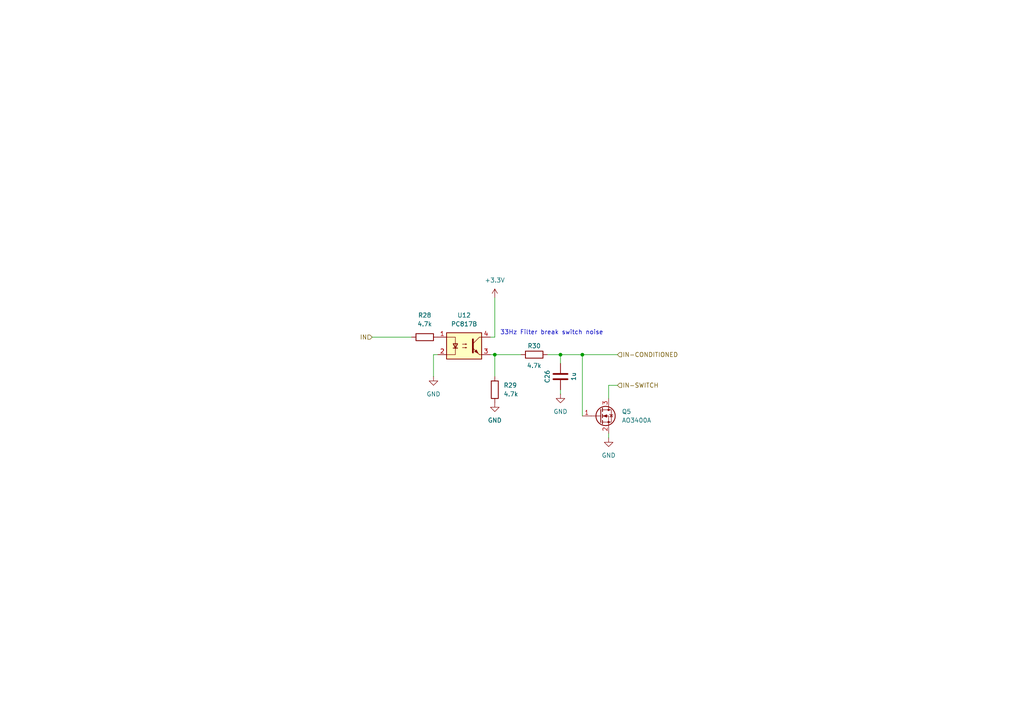
<source format=kicad_sch>
(kicad_sch (version 20231120) (generator "eeschema") (generator_version "8.0")
  (paper "A4")
  (lib_symbols
    (symbol "Device:C" (pin_numbers hide) (pin_names (offset 0.254))
      (property "Reference" "C" (at 0.635 2.54 0))
      (property "Value" "C" (at 0.635 -2.54 0))
      (symbol "C_0_1"
        (polyline (pts (xy -2.032 -0.762) (xy 2.032 -0.762)) (stroke (width 0.508)))
        (polyline (pts (xy -2.032 0.762) (xy 2.032 0.762)) (stroke (width 0.508)))
      )
      (symbol "C_1_1"
        (pin passive line (at 0 3.81 270) (length 2.794) (name "~") (number "1"))
        (pin passive line (at 0 -3.81 90) (length 2.794) (name "~") (number "2"))
      )
    )
    (symbol "Device:R" (pin_numbers hide) (pin_names (offset 0))
      (property "Reference" "R" (at 2.032 0 90))
      (property "Value" "R" (at 0 0 90))
      (symbol "R_0_1"
        (rectangle (start -1.016 -2.54) (end 1.016 2.54) (stroke (width 0.254)))
      )
      (symbol "R_1_1"
        (pin passive line (at 0 3.81 270) (length 1.27) (name "~") (number "1"))
        (pin passive line (at 0 -3.81 90) (length 1.27) (name "~") (number "2"))
      )
    )
    (symbol "Isolator:SFH617A-2X009T"
      (property "Reference" "U" (at -3.81 5.08 0))
      (property "Value" "SFH617A-2X009T" (at 0 -5.08 0))
      (symbol "SFH617A-2X009T_1_1"
        (rectangle (start -5.08 3.81) (end 5.08 -3.81) (stroke (width 0.254)) (fill (type background)))
        (polyline (pts (xy -3.175 -0.635) (xy -1.905 -0.635)) (stroke (width 0.254)))
        (polyline (pts (xy 2.54 0.635) (xy 4.445 2.54)))
        (polyline (pts (xy 4.445 -2.54) (xy 2.54 -0.635)) (fill (type outline)))
        (polyline (pts (xy 4.445 -2.54) (xy 5.08 -2.54)))
        (polyline (pts (xy 4.445 2.54) (xy 5.08 2.54)))
        (polyline (pts (xy -5.08 2.54) (xy -2.54 2.54) (xy -2.54 -0.762)))
        (polyline (pts (xy -2.54 -0.635) (xy -2.54 -2.54) (xy -5.08 -2.54)))
        (polyline (pts (xy 2.54 1.905) (xy 2.54 -1.905) (xy 2.54 -1.905)) (stroke (width 0.508)))
        (polyline (pts (xy -2.54 -0.635) (xy -3.175 0.635) (xy -1.905 0.635) (xy -2.54 -0.635)) (stroke (width 0.254)))
        (polyline (pts (xy -0.508 -0.508) (xy 0.762 -0.508) (xy 0.381 -0.635) (xy 0.381 -0.381) (xy 0.762 -0.508)))
        (polyline (pts (xy -0.508 0.508) (xy 0.762 0.508) (xy 0.381 0.381) (xy 0.381 0.635) (xy 0.762 0.508)))
        (polyline (pts (xy 3.048 -1.651) (xy 3.556 -1.143) (xy 4.064 -2.159) (xy 3.048 -1.651) (xy 3.048 -1.651)) (fill (type outline)))
        (pin passive line (at -7.62 2.54 0) (length 2.54) (name "~") (number "1"))
        (pin passive line (at -7.62 -2.54 0) (length 2.54) (name "~") (number "2"))
        (pin passive line (at 7.62 -2.54 180) (length 2.54) (name "~") (number "3"))
        (pin passive line (at 7.62 2.54 180) (length 2.54) (name "~") (number "4"))
      )
    )
    (symbol "Transistor_FET:AO3400A" (pin_names hide)
      (property "Reference" "Q" (at 5.08 1.905 0))
      (property "Value" "AO3400A" (at 5.08 0 0))
      (symbol "AO3400A_0_1"
        (polyline (pts (xy 0.254 0) (xy -2.54 0)))
        (polyline (pts (xy 0.254 1.905) (xy 0.254 -1.905)) (stroke (width 0.254)))
        (polyline (pts (xy 0.762 -1.27) (xy 0.762 -2.286)) (stroke (width 0.254)))
        (polyline (pts (xy 0.762 0.508) (xy 0.762 -0.508)) (stroke (width 0.254)))
        (polyline (pts (xy 0.762 2.286) (xy 0.762 1.27)) (stroke (width 0.254)))
        (polyline (pts (xy 2.54 2.54) (xy 2.54 1.778)))
        (polyline (pts (xy 2.54 -2.54) (xy 2.54 0) (xy 0.762 0)))
        (polyline (pts (xy 0.762 -1.778) (xy 3.302 -1.778) (xy 3.302 1.778) (xy 0.762 1.778)))
        (polyline (pts (xy 1.016 0) (xy 2.032 0.381) (xy 2.032 -0.381) (xy 1.016 0)) (fill (type outline)))
        (polyline (pts (xy 2.794 0.508) (xy 2.921 0.381) (xy 3.683 0.381) (xy 3.81 0.254)))
        (polyline (pts (xy 3.302 0.381) (xy 2.921 -0.254) (xy 3.683 -0.254) (xy 3.302 0.381)))
        (circle (center 1.651 0) (radius 2.794) (stroke (width 0.254)))
        (circle (center 2.54 -1.778) (radius 0.254) (fill (type outline)))
        (circle (center 2.54 1.778) (radius 0.254) (fill (type outline)))
      )
      (symbol "AO3400A_1_1"
        (pin input line (at -5.08 0 0) (length 2.54) (name "G") (number "1"))
        (pin passive line (at 2.54 -5.08 90) (length 2.54) (name "S") (number "2"))
        (pin passive line (at 2.54 5.08 270) (length 2.54) (name "D") (number "3"))
      )
    )
    (symbol "power:+3.3V" (power) (pin_numbers hide) (pin_names (offset 0) hide)
      (property "Value" "+3.3V" (at 0 3.556 0))
      (symbol "+3.3V_0_1"
        (polyline (pts (xy -0.762 1.27) (xy 0 2.54)))
        (polyline (pts (xy 0 0) (xy 0 2.54)))
        (polyline (pts (xy 0 2.54) (xy 0.762 1.27)))
      )
      (symbol "+3.3V_1_1"
        (pin power_in line (at 0 0 90) (length 0) (name "~") (number "1"))
      )
    )
    (symbol "power:GND" (power) (pin_numbers hide) (pin_names (offset 0) hide)
      (property "Value" "GND" (at 0 -3.81 0))
      (symbol "GND_0_1"
        (polyline (pts (xy 0 0) (xy 0 -1.27) (xy 1.27 -1.27) (xy 0 -2.54) (xy -1.27 -1.27) (xy 0 -1.27)))
      )
      (symbol "GND_1_1"
        (pin power_in line (at 0 0 270) (length 0) (name "~") (number "1"))
      )
    )
  )
  (junction (at 168.91 102.87))
  (junction (at 143.51 102.87))
  (junction (at 162.56 102.87))
  (wire (pts (xy 143.51 102.87) (xy 142.24 102.87)))
  (wire (pts (xy 162.56 105.41) (xy 162.56 102.87)))
  (wire (pts (xy 168.91 120.65) (xy 168.91 102.87)))
  (wire (pts (xy 158.75 102.87) (xy 162.56 102.87)))
  (wire (pts (xy 162.56 102.87) (xy 168.91 102.87)))
  (wire (pts (xy 143.51 97.79) (xy 142.24 97.79)))
  (wire (pts (xy 176.53 125.73) (xy 176.53 127)))
  (wire (pts (xy 143.51 109.22) (xy 143.51 102.87)))
  (wire (pts (xy 125.73 109.22) (xy 125.73 102.87)))
  (wire (pts (xy 143.51 102.87) (xy 151.13 102.87)))
  (wire (pts (xy 168.91 102.87) (xy 179.07 102.87)))
  (wire (pts (xy 107.95 97.79) (xy 119.38 97.79)))
  (wire (pts (xy 176.53 115.57) (xy 176.53 111.76)))
  (wire (pts (xy 143.51 86.36) (xy 143.51 97.79)))
  (wire (pts (xy 176.53 111.76) (xy 179.07 111.76)))
  (wire (pts (xy 162.56 113.03) (xy 162.56 114.3)))
  (wire (pts (xy 125.73 102.87) (xy 127 102.87)))
  (text "33Hz Filter break switch noise" (at 160.02 96.52 0) (effects (font (size 1.27 1.27))))
  (hierarchical_label "IN-SWITCH" (shape input) (at 179.07 111.76 0))
  (hierarchical_label "IN" (shape input) (at 107.95 97.79 180))
  (hierarchical_label "IN-CONDITIONED" (shape input) (at 179.07 102.87 0))
  (symbol (lib_id "Device:C") (at 162.56 109.22 0) (unit 1)
    (property "Reference" "C26" (at 158.75 109.22 90))
    (property "Value" "1u" (at 166.37 109.22 90))
    (property "Footprint" "Capacitor_SMD:C_0603_1608Metric" (effects (hide yes)))
    (property "MPN" "C15849" (effects (hide yes)))
    (instances (project "Supervisor" (path "" (reference "C26") (unit 1)) (path "" (reference "C24") (unit 1))))
  )
  (symbol (lib_id "Transistor_FET:AO3400A") (at 173.99 120.65 0) (unit 1)
    (property "Reference" "Q5" (at 180.34 119.3799 0) (effects (justify left)))
    (property "Value" "AO3400A" (at 180.34 121.9199 0) (effects (justify left)))
    (property "Footprint" "Package_TO_SOT_SMD:SOT-23" (effects (hide yes)))
    (property "Datasheet" "http://www.aosmd.com/pdfs/datasheet/AO3400A.pdf" (effects (hide yes)))
    (property "Description" "30V Vds, 5.7A Id, N-Channel MOSFET, SOT-23" (effects (hide yes)))
    (property "MPN" "C20917" (effects (hide yes)))
    (instances (project "Supervisor" (path "" (reference "Q5") (unit 1)) (path "" (reference "Q6") (unit 1))))
  )
  (symbol (lib_id "Isolator:SFH617A-2X009T") (at 134.62 100.33 0) (unit 1)
    (property "Reference" "U12" (at 134.62 91.44 0))
    (property "Value" "PC817B" (at 134.62 93.98 0))
    (property "Footprint" "Package_DIP:SMDIP-4_W7.62mm" (effects (hide yes)))
    (property "Datasheet" "http://www.vishay.com/docs/83740/sfh617a.pdf" (effects (hide yes)))
    (property "Description" "Optocoupler, Phototransistor Output, 5300 VRMS, VCEO 70V, CTR% 63-125, -55 to +110 degree Celsius, UL, BSI, FIMKO, SMD PDIP-4" (effects (hide yes)))
    (property "MPN" "C3025163" (effects (hide yes)))
    (instances (project "Supervisor" (path "" (reference "U12") (unit 1)) (path "" (reference "U13") (unit 1))))
  )
  (symbol (lib_id "power:GND") (at 176.53 127 0) (unit 1)
    (property "Reference" "#PWR082" (effects (hide yes)))
    (property "Value" "GND" (at 176.53 132.08 0))
    (property "Description" "Power symbol creates a global label with name \"GND\" , ground" (effects (hide yes)))
    (instances (project "Supervisor" (path "" (reference "#PWR082") (unit 1)) (path "" (reference "#PWR083") (unit 1))))
  )
  (symbol (lib_id "power:GND") (at 143.51 116.84 0) (unit 1)
    (property "Reference" "#PWR088" (effects (hide yes)))
    (property "Value" "GND" (at 143.51 121.92 0))
    (property "Description" "Power symbol creates a global label with name \"GND\" , ground" (effects (hide yes)))
    (instances (project "Supervisor" (path "" (reference "#PWR088") (unit 1)) (path "" (reference "#PWR079") (unit 1))))
  )
  (symbol (lib_id "power:+3.3V") (at 143.51 86.36 0) (unit 1)
    (property "Reference" "#PWR087" (effects (hide yes)))
    (property "Value" "+3.3V" (at 143.51 81.28 0))
    (property "Description" "Power symbol creates a global label with name \"+3.3V\"" (effects (hide yes)))
    (instances (project "Supervisor" (path "" (reference "#PWR087") (unit 1)) (path "" (reference "#PWR080") (unit 1))))
  )
  (symbol (lib_id "Device:R") (at 123.19 97.79 90) (unit 1)
    (property "Reference" "R28" (at 123.19 91.44 90))
    (property "Value" "4.7k" (at 123.19 93.98 90))
    (property "Footprint" "Resistor_SMD:R_0603_1608Metric" (effects (hide yes)))
    (property "MPN" "C23162" (effects (hide yes)))
    (instances (project "Supervisor" (path "" (reference "R28") (unit 1)) (path "" (reference "R26") (unit 1))))
  )
  (symbol (lib_id "Device:R") (at 143.51 113.03 180) (unit 1)
    (property "Reference" "R29" (at 146.05 111.7599 0) (effects (justify right)))
    (property "Value" "4.7k" (at 146.05 114.2999 0) (effects (justify right)))
    (property "Footprint" "Resistor_SMD:R_0603_1608Metric" (effects (hide yes)))
    (property "MPN" "C23162" (effects (hide yes)))
    (instances (project "Supervisor" (path "" (reference "R29") (unit 1)) (path "" (reference "R27") (unit 1))))
  )
  (symbol (lib_id "power:GND") (at 125.73 109.22 0) (unit 1)
    (property "Reference" "#PWR086" (effects (hide yes)))
    (property "Value" "GND" (at 125.73 114.3 0))
    (property "Description" "Power symbol creates a global label with name \"GND\" , ground" (effects (hide yes)))
    (instances (project "Supervisor" (path "" (reference "#PWR086") (unit 1)) (path "" (reference "#PWR078") (unit 1))))
  )
  (symbol (lib_id "Device:R") (at 154.94 102.87 90) (unit 1)
    (property "Reference" "R30" (at 154.94 100.33 90))
    (property "Value" "4.7k" (at 154.94 106.045 90))
    (property "Footprint" "Resistor_SMD:R_0603_1608Metric" (effects (hide yes)))
    (property "MPN" "C23162" (effects (hide yes)))
    (instances (project "Supervisor" (path "" (reference "R30") (unit 1)) (path "" (reference "R31") (unit 1))))
  )
  (symbol (lib_id "power:GND") (at 162.56 114.3 0) (unit 1)
    (property "Reference" "#PWR089" (effects (hide yes)))
    (property "Value" "GND" (at 162.56 119.38 0))
    (property "Description" "Power symbol creates a global label with name \"GND\" , ground" (effects (hide yes)))
    (instances (project "Supervisor" (path "" (reference "#PWR089") (unit 1)) (path "" (reference "#PWR081") (unit 1))))
  )
)
</source>
